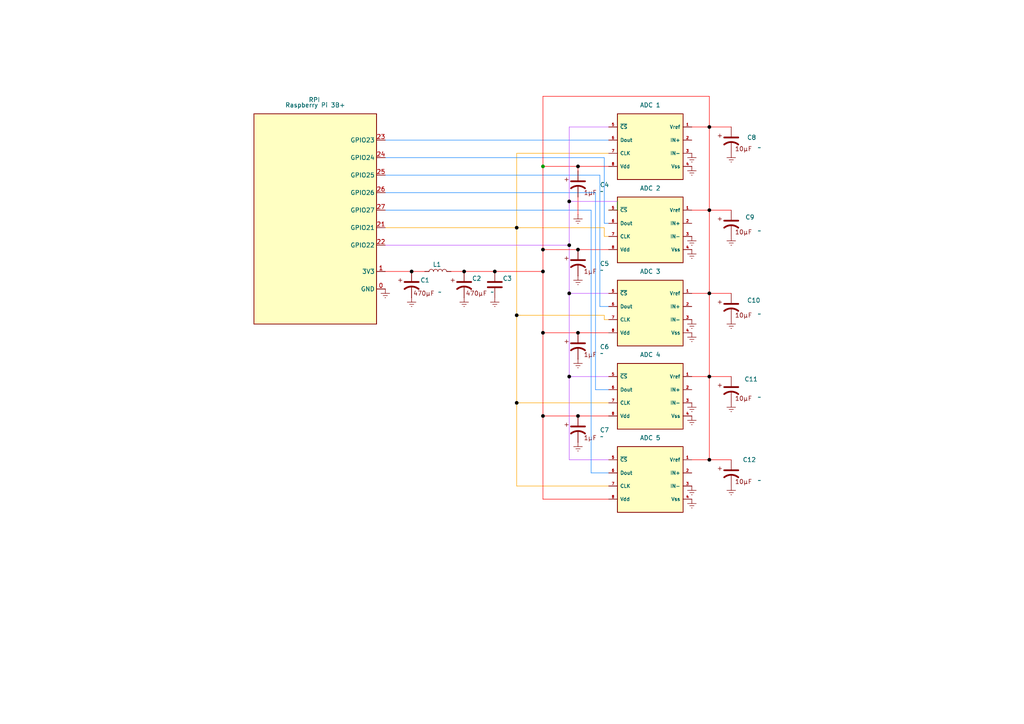
<source format=kicad_sch>
(kicad_sch (version 20231120) (generator "eeschema") (generator_version "8.0")
  (paper "A4")
  (lib_symbols
    (symbol "Capasitors:capasitor10mikro"
      (property "Reference" "C" (at 2.286 2.286 0))
      (symbol "capasitor10mikro_0_1"
        (polyline (pts (xy -3.81 1.27) (xy -2.794 1.27)))
        (polyline (pts (xy -3.302 0.762) (xy -3.302 1.778)))
        (polyline (pts (xy -2.032 0.762) (xy 2.032 0.762)) (stroke (width 0.508)))
        (arc (start 2.032 -1.2701) (mid 0 -0.5573) (end -2.032 -1.2701) (stroke (width 0.508)))
      )
      (symbol "capasitor10mikro_1_1"
        (text "10µF" (at 3.556 -2.54 0) (effects (font (size 1.27 1.27))))
        (pin passive line (at 0 -3.81 90) (length 3.302) (name "~") (number ""))
        (pin passive line (at 0 3.81 270) (length 2.794) (name "~") (number ""))
      )
    )
    (symbol "Capasitors:capasitor1mikro"
      (property "Reference" "C" (at 3.302 1.778 0))
      (symbol "capasitor1mikro_0_1"
        (polyline (pts (xy -3.81 1.27) (xy -2.794 1.27)))
        (polyline (pts (xy -3.302 0.762) (xy -3.302 1.778)))
        (polyline (pts (xy -2.032 0.762) (xy 2.032 0.762)) (stroke (width 0.508)))
        (arc (start 2.032 -1.2701) (mid 0 -0.5573) (end -2.032 -1.2701) (stroke (width 0.508)))
      )
      (symbol "capasitor1mikro_1_1"
        (text "1µF" (at 3.556 -2.54 0) (effects (font (size 1.27 1.27))))
        (pin passive line (at 0 -3.81 90) (length 3.302) (name "~") (number ""))
        (pin passive line (at 0 3.81 270) (length 2.794) (name "~") (number ""))
      )
    )
    (symbol "Capasitors:capasitor470mikro"
      (property "Reference" "C" (at 2.794 1.778 0))
      (symbol "capasitor470mikro_0_1"
        (polyline (pts (xy -3.81 1.27) (xy -2.794 1.27)))
        (polyline (pts (xy -3.302 0.762) (xy -3.302 1.778)))
        (polyline (pts (xy -2.032 0.762) (xy 2.032 0.762)) (stroke (width 0.508)))
        (arc (start 2.032 -1.2701) (mid 0 -0.5573) (end -2.032 -1.2701) (stroke (width 0.508)))
      )
      (symbol "capasitor470mikro_1_1"
        (text "470µF" (at 3.556 -2.54 0) (effects (font (size 1.27 1.27))))
        (pin passive line (at 0 -3.81 90) (length 3.302) (name "~") (number ""))
        (pin passive line (at 0 3.81 270) (length 2.794) (name "~") (number ""))
      )
    )
    (symbol "Device:C" (pin_numbers hide) (pin_names (offset 0.254))
      (property "Reference" "C" (at 0.635 2.54 0))
      (property "Value" "C" (at 0.635 -2.54 0))
      (symbol "C_0_1"
        (polyline (pts (xy -2.032 -0.762) (xy 2.032 -0.762)) (stroke (width 0.508)))
        (polyline (pts (xy -2.032 0.762) (xy 2.032 0.762)) (stroke (width 0.508)))
      )
      (symbol "C_1_1"
        (pin passive line (at 0 3.81 270) (length 2.794) (name "~") (number "1"))
        (pin passive line (at 0 -3.81 90) (length 2.794) (name "~") (number "2"))
      )
    )
    (symbol "Device:L" (pin_numbers hide) (pin_names (offset 1.016) hide)
      (property "Reference" "L" (at -1.27 0 90))
      (property "Value" "L" (at 1.905 0 90))
      (symbol "L_0_1"
        (arc (start 0 -2.54) (mid 0.6323 -1.905) (end 0 -1.27))
        (arc (start 0 -1.27) (mid 0.6323 -0.635) (end 0 0))
        (arc (start 0 0) (mid 0.6323 0.635) (end 0 1.27))
        (arc (start 0 1.27) (mid 0.6323 1.905) (end 0 2.54))
      )
      (symbol "L_1_1"
        (pin passive line (at 0 3.81 270) (length 1.27) (name "1") (number "1"))
        (pin passive line (at 0 -3.81 90) (length 1.27) (name "2") (number "2"))
      )
    )
    (symbol "MCP3201-edit:MCP3201" (pin_names (offset 0.762))
      (property "Reference" "u" (at 7.62 -3.81 0))
      (property "Value" "MCP3201" (at -5.08 15.24 0))
      (symbol "MCP3201_0_0"
        (polyline (pts (xy 8.89 5.08) (xy 8.89 -5.08) (xy -10.16 -5.08) (xy -10.16 13.97) (xy 8.89 13.97) (xy 8.89 3.81)) (stroke (width 0.254)) (fill (type background)))
      )
      (symbol "MCP3201_1_1"
        (pin power_in line (at 11.43 10.16 180) (length 2.54) (name "Vref") (number "1"))
        (pin input line (at 11.43 6.35 180) (length 2.54) (name "IN+") (number "2"))
        (pin input line (at 11.43 2.54 180) (length 2.54) (name "IN-") (number "3"))
        (pin power_in line (at 11.43 -1.27 180) (length 2.54) (name "Vss") (number "4"))
        (pin input line (at -12.7 10.16 0) (length 2.54) (name "~{CS}") (number "5"))
        (pin output line (at -12.7 6.35 0) (length 2.54) (name "Dout") (number "6"))
        (pin input line (at -12.7 2.54 0) (length 2.54) (name "CLK") (number "7"))
        (pin power_in line (at -12.7 -1.27 0) (length 2.54) (name "Vdd") (number "8"))
      )
    )
    (symbol "Raspberrypi-edit:Raspberry_Pi_2_3"
      (property "Reference" "J" (at -17.78 31.75 0))
      (property "Value" "Raspberry_Pi_3" (at -7.366 33.274 0))
      (symbol "Raspberry_Pi_2_3_1_1"
        (rectangle (start -17.78 30.48) (end 17.78 -30.48) (stroke (width 0.254)) (fill (type background)))
        (pin power_in line (at 20.32 -20.32 180) (length 2.54) (name "GND") (number "0"))
        (pin power_in line (at 20.32 -15.24 180) (length 2.54) (name "3V3") (number "1"))
        (pin bidirectional line (at 20.32 -2.54 180) (length 2.54) (name "GPIO21") (number "21"))
        (pin power_in line (at 20.32 -7.62 180) (length 2.54) (name "GPIO22") (number "22"))
        (pin bidirectional line (at 20.32 22.86 180) (length 2.54) (name "GPIO23") (number "23"))
        (pin bidirectional line (at 20.32 17.78 180) (length 2.54) (name "GPIO24") (number "24"))
        (pin bidirectional line (at 20.32 12.7 180) (length 2.54) (name "GPIO25") (number "25"))
        (pin bidirectional line (at 20.32 7.62 180) (length 2.54) (name "GPIO26") (number "26"))
        (pin bidirectional line (at 20.32 2.54 180) (length 2.54) (name "GPIO27") (number "27"))
      )
    )
    (symbol "power:GNDREF" (power) (pin_numbers hide) (pin_names (offset 0) hide)
      (property "Value" "GNDREF" (at 0 -3.81 0))
      (symbol "GNDREF_0_1"
        (polyline (pts (xy -0.635 -1.905) (xy 0.635 -1.905)))
        (polyline (pts (xy -0.127 -2.54) (xy 0.127 -2.54)))
        (polyline (pts (xy 0 -1.27) (xy 0 0)))
        (polyline (pts (xy 1.27 -1.27) (xy -1.27 -1.27)))
      )
      (symbol "GNDREF_1_1"
        (pin power_in line (at 0 0 270) (length 0) (name "~") (number "1"))
      )
    )
  )
  (junction (at 157.48 48.26))
  (junction (at 157.48 96.52) (color 0 0 0 1))
  (junction (at 157.48 78.74) (color 0 0 0 1))
  (junction (at 167.64 48.26) (color 0 0 0 1))
  (junction (at 119.38 78.74) (color 0 0 0 1))
  (junction (at 205.74 60.96) (color 0 0 0 1))
  (junction (at 149.86 66.04) (color 0 0 0 1))
  (junction (at 165.1 109.22) (color 0 0 0 1))
  (junction (at 157.48 120.65) (color 0 0 0 1))
  (junction (at 134.62 78.74) (color 0 0 0 1))
  (junction (at 205.74 109.22) (color 0 0 0 1))
  (junction (at 167.64 120.65) (color 0 0 0 1))
  (junction (at 167.64 72.39) (color 0 0 0 1))
  (junction (at 149.86 91.44) (color 0 0 0 1))
  (junction (at 149.86 116.84) (color 0 0 0 1))
  (junction (at 143.51 78.74) (color 0 0 0 1))
  (junction (at 165.1 58.42) (color 0 0 0 1))
  (junction (at 157.48 72.39) (color 0 0 0 1))
  (junction (at 205.74 133.35) (color 0 0 0 1))
  (junction (at 165.1 71.12) (color 0 0 0 1))
  (junction (at 165.1 85.09) (color 0 0 0 1))
  (junction (at 167.64 96.52) (color 0 0 0 1))
  (junction (at 205.74 85.09) (color 0 0 0 1))
  (junction (at 205.74 36.83) (color 0 0 0 1))
  (wire (pts (xy 205.74 27.94) (xy 205.74 36.83)) (stroke (width 0) (color 255 0 0 1)))
  (wire (pts (xy 149.86 66.04) (xy 149.86 44.45)) (stroke (width 0) (color 255 165 0 1)))
  (wire (pts (xy 157.48 72.39) (xy 167.64 72.39)) (stroke (width 0) (color 255 0 0 1)))
  (wire (pts (xy 176.53 96.52) (xy 167.64 96.52)) (stroke (width 0) (color 255 0 0 1)))
  (wire (pts (xy 157.48 48.26) (xy 157.48 27.94)) (stroke (width 0) (color 255 0 0 1)))
  (wire (pts (xy 200.66 133.35) (xy 205.74 133.35)) (stroke (width 0) (color 255 0 0 1)))
  (wire (pts (xy 165.1 85.09) (xy 176.53 85.09)) (stroke (width 0) (color 191 79 255 1)))
  (wire (pts (xy 149.86 116.84) (xy 176.53 116.84)) (stroke (width 0) (color 255 165 0 1)))
  (wire (pts (xy 205.74 60.96) (xy 205.74 85.09)) (stroke (width 0) (color 255 0 0 1)))
  (wire (pts (xy 205.74 109.22) (xy 212.09 109.22)) (stroke (width 0) (color 255 0 0 1)))
  (wire (pts (xy 165.1 133.35) (xy 176.53 133.35)) (stroke (width 0) (color 191 79 255 1)))
  (wire (pts (xy 157.48 144.78) (xy 157.48 120.65)) (stroke (width 0) (color 255 0 0 1)))
  (wire (pts (xy 205.74 85.09) (xy 205.74 109.22)) (stroke (width 0) (color 255 0 0 1)))
  (wire (pts (xy 111.76 40.64) (xy 176.53 40.64)) (stroke (width 0) (color 16 133 255 1)))
  (wire (pts (xy 205.74 36.83) (xy 212.09 36.83)) (stroke (width 0) (color 255 0 0 1)))
  (wire (pts (xy 179.07 60.96) (xy 179.07 58.42)))
  (wire (pts (xy 157.48 72.39) (xy 157.48 48.26)) (stroke (width 0) (color 255 0 0 1)))
  (wire (pts (xy 175.26 91.44) (xy 175.26 92.71)) (stroke (width 0) (color 255 165 0 1)))
  (wire (pts (xy 171.45 137.16) (xy 176.53 137.16)) (stroke (width 0) (color 16 133 255 1)))
  (wire (pts (xy 200.66 109.22) (xy 205.74 109.22)) (stroke (width 0) (color 255 0 0 1)))
  (wire (pts (xy 173.99 50.8) (xy 173.99 88.9)) (stroke (width 0) (color 16 133 255 1)))
  (wire (pts (xy 111.76 60.96) (xy 171.45 60.96)) (stroke (width 0) (color 16 133 255 1)))
  (wire (pts (xy 111.76 71.12) (xy 165.1 71.12)) (stroke (width 0) (color 191 79 255 1)))
  (wire (pts (xy 119.38 78.74) (xy 123.19 78.74)) (stroke (width 0) (color 255 0 0 1)))
  (wire (pts (xy 175.26 66.04) (xy 175.26 68.58)) (stroke (width 0) (color 255 165 0 1)))
  (wire (pts (xy 149.86 116.84) (xy 149.86 140.97)) (stroke (width 0) (color 255 165 0 1)))
  (wire (pts (xy 149.86 140.97) (xy 176.53 140.97)) (stroke (width 0) (color 255 165 0 1)))
  (wire (pts (xy 200.66 60.96) (xy 205.74 60.96)) (stroke (width 0) (color 255 0 0 1)))
  (wire (pts (xy 157.48 48.26) (xy 167.64 48.26)) (stroke (width 0) (color 255 0 0 1)))
  (wire (pts (xy 205.74 60.96) (xy 212.09 60.96)) (stroke (width 0) (color 255 0 0 1)))
  (wire (pts (xy 111.76 55.88) (xy 172.72 55.88)) (stroke (width 0) (color 16 133 255 1)))
  (wire (pts (xy 171.45 60.96) (xy 171.45 137.16)) (stroke (width 0) (color 16 133 255 1)))
  (wire (pts (xy 179.07 58.42) (xy 165.1 58.42)) (stroke (width 0) (color 191 79 255 1)))
  (wire (pts (xy 167.64 96.52) (xy 157.48 96.52)) (stroke (width 0) (color 255 0 0 1)))
  (wire (pts (xy 172.72 55.88) (xy 172.72 113.03)) (stroke (width 0) (color 16 133 255 1)))
  (wire (pts (xy 205.74 85.09) (xy 212.09 85.09)) (stroke (width 0) (color 255 0 0 1)))
  (wire (pts (xy 173.99 88.9) (xy 176.53 88.9)) (stroke (width 0) (color 16 133 255 1)))
  (wire (pts (xy 165.1 58.42) (xy 165.1 71.12)) (stroke (width 0) (color 191 79 255 1)))
  (wire (pts (xy 157.48 78.74) (xy 157.48 72.39)) (stroke (width 0) (color 255 0 0 1)))
  (wire (pts (xy 143.51 78.74) (xy 157.48 78.74)) (stroke (width 0) (color 255 0 0 1)))
  (wire (pts (xy 176.53 144.78) (xy 157.48 144.78)) (stroke (width 0) (color 255 0 0 1)))
  (wire (pts (xy 200.66 36.83) (xy 205.74 36.83)) (stroke (width 0) (color 255 0 0 1)))
  (wire (pts (xy 149.86 91.44) (xy 175.26 91.44)) (stroke (width 0) (color 255 165 0 1)))
  (wire (pts (xy 165.1 71.12) (xy 165.1 85.09)) (stroke (width 0) (color 191 79 255 1)))
  (wire (pts (xy 111.76 66.04) (xy 149.86 66.04)) (stroke (width 0) (color 255 165 0 1)))
  (wire (pts (xy 149.86 66.04) (xy 175.26 66.04)) (stroke (width 0) (color 255 165 0 1)))
  (wire (pts (xy 149.86 66.04) (xy 149.86 91.44)) (stroke (width 0) (color 255 165 0 1)))
  (wire (pts (xy 167.64 48.26) (xy 176.53 48.26)) (stroke (width 0) (color 255 0 0 1)))
  (wire (pts (xy 130.81 78.74) (xy 134.62 78.74)) (stroke (width 0) (color 255 0 0 1)))
  (wire (pts (xy 167.64 72.39) (xy 176.53 72.39)) (stroke (width 0) (color 255 0 0 1)))
  (wire (pts (xy 175.26 92.71) (xy 176.53 92.71)) (stroke (width 0) (color 255 165 0 1)))
  (wire (pts (xy 149.86 44.45) (xy 176.53 44.45)) (stroke (width 0) (color 255 165 0 1)))
  (wire (pts (xy 165.1 85.09) (xy 165.1 109.22)) (stroke (width 0) (color 191 79 255 1)))
  (wire (pts (xy 167.64 48.26) (xy 167.64 49.53)) (stroke (width 0) (color 255 0 0 1)))
  (wire (pts (xy 167.64 57.15) (xy 167.64 62.23)) (stroke (width 0) (color 255 0 0 1)))
  (wire (pts (xy 167.64 120.65) (xy 176.53 120.65)) (stroke (width 0) (color 255 0 0 1)))
  (wire (pts (xy 165.1 36.83) (xy 165.1 58.42)) (stroke (width 0) (color 191 79 255 1)))
  (wire (pts (xy 175.26 45.72) (xy 175.26 64.77)) (stroke (width 0) (color 16 133 255 1)))
  (wire (pts (xy 165.1 109.22) (xy 165.1 133.35)) (stroke (width 0) (color 191 79 255 1)))
  (wire (pts (xy 111.76 78.74) (xy 119.38 78.74)) (stroke (width 0) (color 255 0 0 1)))
  (wire (pts (xy 172.72 113.03) (xy 176.53 113.03)) (stroke (width 0) (color 16 133 255 1)))
  (wire (pts (xy 175.26 68.58) (xy 176.53 68.58)) (stroke (width 0) (color 255 165 0 1)))
  (wire (pts (xy 200.66 85.09) (xy 205.74 85.09)) (stroke (width 0) (color 255 0 0 1)))
  (wire (pts (xy 157.48 27.94) (xy 205.74 27.94)) (stroke (width 0) (color 255 0 0 1)))
  (wire (pts (xy 134.62 78.74) (xy 143.51 78.74)) (stroke (width 0) (color 255 0 0 1)))
  (wire (pts (xy 175.26 64.77) (xy 176.53 64.77)) (stroke (width 0) (color 16 133 255 1)))
  (wire (pts (xy 111.76 45.72) (xy 175.26 45.72)) (stroke (width 0) (color 16 133 255 1)))
  (wire (pts (xy 205.74 133.35) (xy 212.09 133.35)) (stroke (width 0) (color 255 0 0 1)))
  (wire (pts (xy 205.74 109.22) (xy 205.74 133.35)) (stroke (width 0) (color 255 0 0 1)))
  (wire (pts (xy 111.76 50.8) (xy 173.99 50.8)) (stroke (width 0) (color 16 133 255 1)))
  (wire (pts (xy 165.1 109.22) (xy 176.53 109.22)) (stroke (width 0) (color 191 79 255 1)))
  (wire (pts (xy 165.1 36.83) (xy 176.53 36.83)) (stroke (width 0) (color 191 79 255 1)))
  (wire (pts (xy 157.48 78.74) (xy 157.48 96.52)) (stroke (width 0) (color 255 0 0 1)))
  (wire (pts (xy 157.48 120.65) (xy 157.48 96.52)) (stroke (width 0) (color 255 0 0 1)))
  (wire (pts (xy 157.48 120.65) (xy 167.64 120.65)) (stroke (width 0) (color 255 0 0 1)))
  (wire (pts (xy 176.53 60.96) (xy 179.07 60.96)))
  (wire (pts (xy 205.74 36.83) (xy 205.74 60.96)) (stroke (width 0) (color 255 0 0 1)))
  (wire (pts (xy 149.86 91.44) (xy 149.86 116.84)) (stroke (width 0) (color 255 165 0 1)))
  (symbol (lib_id "power:GNDREF") (at 200.66 44.45 0) (unit 1)
    (property "Reference" "#PWR021" (effects (hide yes)))
    (property "Value" "GNDREF" (effects (hide yes)))
    (property "Description" "Power symbol creates a global label with name \"GNDREF\" , reference supply ground" (effects (hide yes)))
  )
  (symbol (lib_id "power:GNDREF") (at 200.66 48.26 0) (unit 1)
    (property "Reference" "#PWR020" (effects (hide yes)))
    (property "Value" "GNDREF" (effects (hide yes)))
    (property "Description" "Power symbol creates a global label with name \"GNDREF\" , reference supply ground" (effects (hide yes)))
  )
  (symbol (lib_id "MCP3201-edit:MCP3201") (at 189.23 143.51 0) (unit 1)
    (property "Reference" "u5" (at 188.595 125.73 0) (effects (font (size 0.001 0.001))))
    (property "Value" "ADC 5" (at 188.595 127 0))
    (property "Datasheet" "http://ww1.microchip.com/downloads/en/DeviceDoc/21290D.pdf" (effects (hide yes)))
    (property "Description" "2.7V 12-Bit A/D Converter with SPI™ Serial Interface, PDIP-8/SOIC-8/MSOP-8/TSSOP-8" (effects (hide yes)))
  )
  (symbol (lib_name "Capasitors:capasitor1mikro") (lib_id "Capasitors:capasitor1mikro") (at 167.64 100.33 0) (unit 1)
    (property "Reference" "C6" (at 173.99 100.5867 0) (effects (justify left)))
    (property "Value" "~" (at 173.99 102.4918 0) (effects (justify left)))
  )
  (symbol (lib_id "power:GNDREF") (at 200.66 120.65 0) (unit 1)
    (property "Reference" "#PWR016" (effects (hide yes)))
    (property "Value" "GNDREF" (effects (hide yes)))
    (property "Description" "Power symbol creates a global label with name \"GNDREF\" , reference supply ground" (effects (hide yes)))
  )
  (symbol (lib_id "power:GNDREF") (at 212.09 68.58 0) (unit 1)
    (property "Reference" "#PWR04" (effects (hide yes)))
    (property "Value" "GNDREF" (effects (hide yes)))
    (property "Description" "Power symbol creates a global label with name \"GNDREF\" , reference supply ground" (effects (hide yes)))
  )
  (symbol (lib_name "Capasitors:capasitor10mikro") (lib_id "Capasitors:capasitor10mikro") (at 212.09 88.9 0) (unit 1)
    (property "Reference" "C10" (at 216.662 87.122 0) (effects (justify left)))
    (property "Value" "~" (at 219.71 91.0618 0) (effects (justify left)))
  )
  (symbol (lib_name "Capasitors:capasitor1mikro") (lib_id "Capasitors:capasitor1mikro") (at 167.64 76.2 0) (unit 1)
    (property "Reference" "C5" (at 173.99 76.4567 0) (effects (justify left)))
    (property "Value" "~" (at 173.99 78.3618 0) (effects (justify left)))
  )
  (symbol (lib_id "power:GNDREF") (at 167.64 128.27 0) (unit 1)
    (property "Reference" "#PWR012" (effects (hide yes)))
    (property "Value" "GNDREF" (effects (hide yes)))
    (property "Description" "Power symbol creates a global label with name \"GNDREF\" , reference supply ground" (effects (hide yes)))
  )
  (symbol (lib_id "power:GNDREF") (at 200.66 92.71 0) (unit 1)
    (property "Reference" "#PWR023" (effects (hide yes)))
    (property "Value" "GNDREF" (effects (hide yes)))
    (property "Description" "Power symbol creates a global label with name \"GNDREF\" , reference supply ground" (effects (hide yes)))
  )
  (symbol (lib_id "Device:C") (at 143.51 82.55 0) (unit 1)
    (property "Reference" "C3" (at 145.796 80.772 0) (effects (justify left)))
    (property "Value" "C" (effects (hide yes)))
    (property "Description" "Unpolarized capacitor" (effects (hide yes)))
  )
  (symbol (lib_name "Capasitors:capasitor470mikro") (lib_id "Capasitors:capasitor470mikro") (at 134.62 82.55 0) (unit 1)
    (property "Reference" "C2" (at 136.906 80.772 0) (effects (justify left)))
    (property "Value" "~" (at 142.24 84.7118 0) (effects (justify left)))
  )
  (symbol (lib_id "power:GNDREF") (at 200.66 68.58 0) (unit 1)
    (property "Reference" "#PWR022" (effects (hide yes)))
    (property "Value" "GNDREF" (effects (hide yes)))
    (property "Description" "Power symbol creates a global label with name \"GNDREF\" , reference supply ground" (effects (hide yes)))
  )
  (symbol (lib_id "MCP3201-edit:MCP3201") (at 189.23 46.99 0) (unit 1)
    (property "Reference" "u1" (at 188.595 29.21 0) (effects (font (size 0.001 0.001))))
    (property "Value" "ADC 1" (at 188.595 30.48 0))
    (property "Datasheet" "http://ww1.microchip.com/downloads/en/DeviceDoc/21290D.pdf" (effects (hide yes)))
    (property "Description" "2.7V 12-Bit A/D Converter with SPI™ Serial Interface, PDIP-8/SOIC-8/MSOP-8/TSSOP-8" (effects (hide yes)))
  )
  (symbol (lib_id "power:GNDREF") (at 212.09 116.84 0) (unit 1)
    (property "Reference" "#PWR01" (effects (hide yes)))
    (property "Value" "GNDREF" (effects (hide yes)))
    (property "Description" "Power symbol creates a global label with name \"GNDREF\" , reference supply ground" (effects (hide yes)))
  )
  (symbol (lib_name "Capasitors:capasitor10mikro") (lib_id "Capasitors:capasitor10mikro") (at 212.09 113.03 0) (unit 1)
    (property "Reference" "C11" (at 215.9 109.982 0) (effects (justify left)))
    (property "Value" "~" (at 219.71 115.1918 0) (effects (justify left)))
  )
  (symbol (lib_id "power:GNDREF") (at 200.66 116.84 0) (unit 1)
    (property "Reference" "#PWR017" (effects (hide yes)))
    (property "Value" "GNDREF" (effects (hide yes)))
    (property "Description" "Power symbol creates a global label with name \"GNDREF\" , reference supply ground" (effects (hide yes)))
  )
  (symbol (lib_id "MCP3201-edit:MCP3201") (at 189.23 95.25 0) (unit 1)
    (property "Reference" "u3" (at 188.595 77.47 0) (effects (font (size 0.001 0.001))))
    (property "Value" "ADC 3" (at 188.595 78.74 0))
    (property "Datasheet" "http://ww1.microchip.com/downloads/en/DeviceDoc/21290D.pdf" (effects (hide yes)))
    (property "Description" "2.7V 12-Bit A/D Converter with SPI™ Serial Interface, PDIP-8/SOIC-8/MSOP-8/TSSOP-8" (effects (hide yes)))
  )
  (symbol (lib_name "Capasitors:capasitor1mikro") (lib_id "Capasitors:capasitor1mikro") (at 167.64 124.46 0) (unit 1)
    (property "Reference" "C7" (at 173.99 124.7167 0) (effects (justify left)))
    (property "Value" "~" (at 173.99 126.6218 0) (effects (justify left)))
  )
  (symbol (lib_id "MCP3201-edit:MCP3201") (at 189.23 119.38 0) (unit 1)
    (property "Reference" "u4" (at 188.595 101.6 0) (effects (font (size 0.001 0.001))))
    (property "Value" "ADC 4" (at 188.595 102.87 0))
    (property "Datasheet" "http://ww1.microchip.com/downloads/en/DeviceDoc/21290D.pdf" (effects (hide yes)))
    (property "Description" "2.7V 12-Bit A/D Converter with SPI™ Serial Interface, PDIP-8/SOIC-8/MSOP-8/TSSOP-8" (effects (hide yes)))
  )
  (symbol (lib_id "power:GNDREF") (at 200.66 144.78 0) (unit 1)
    (property "Reference" "#PWR014" (effects (hide yes)))
    (property "Value" "GNDREF" (effects (hide yes)))
    (property "Description" "Power symbol creates a global label with name \"GNDREF\" , reference supply ground" (effects (hide yes)))
  )
  (symbol (lib_id "power:GNDREF") (at 111.76 83.82 0) (unit 1)
    (property "Reference" "#PWR013" (effects (hide yes)))
    (property "Value" "GNDREF" (effects (hide yes)))
    (property "Description" "Power symbol creates a global label with name \"GNDREF\" , reference supply ground" (effects (hide yes)))
  )
  (symbol (lib_id "power:GNDREF") (at 119.38 86.36 0) (unit 1)
    (property "Reference" "#PWR06" (effects (hide yes)))
    (property "Value" "GNDREF" (effects (hide yes)))
    (property "Description" "Power symbol creates a global label with name \"GNDREF\" , reference supply ground" (effects (hide yes)))
  )
  (symbol (lib_name "Capasitors:capasitor10mikro") (lib_id "Capasitors:capasitor10mikro") (at 212.09 40.64 0) (unit 1)
    (property "Reference" "C8" (at 216.662 39.878 0) (effects (justify left)))
    (property "Value" "~" (at 219.71 42.8018 0) (effects (justify left)))
  )
  (symbol (lib_id "power:GNDREF") (at 212.09 92.71 0) (unit 1)
    (property "Reference" "#PWR02" (effects (hide yes)))
    (property "Value" "GNDREF" (effects (hide yes)))
    (property "Description" "Power symbol creates a global label with name \"GNDREF\" , reference supply ground" (effects (hide yes)))
  )
  (symbol (lib_id "power:GNDREF") (at 143.51 86.36 0) (unit 1)
    (property "Reference" "#PWR08" (effects (hide yes)))
    (property "Value" "GNDREF" (effects (hide yes)))
    (property "Description" "Power symbol creates a global label with name \"GNDREF\" , reference supply ground" (effects (hide yes)))
  )
  (symbol (lib_id "Raspberrypi-edit:Raspberry_Pi_2_3") (at 91.44 63.5 0) (unit 1)
    (property "Reference" "RPI" (at 91.186 28.956 0))
    (property "Value" "Raspberry Pi 3B+" (at 91.44 30.48 0))
    (property "Datasheet" "https://www.raspberrypi.org/documentation/hardware/raspberrypi/schematics/rpi_SCH_3bplus_1p0_reduced.pdf" (effects (hide yes)))
    (property "Description" "expansion header for Raspberry Pi 2 & 3" (effects (hide yes)))
  )
  (symbol (lib_id "power:GNDREF") (at 200.66 96.52 0) (unit 1)
    (property "Reference" "#PWR018" (effects (hide yes)))
    (property "Value" "GNDREF" (effects (hide yes)))
    (property "Description" "Power symbol creates a global label with name \"GNDREF\" , reference supply ground" (effects (hide yes)))
  )
  (symbol (lib_name "Capasitors:capasitor10mikro") (lib_id "Capasitors:capasitor10mikro") (at 212.09 137.16 0) (unit 1)
    (property "Reference" "C12" (at 215.392 133.35 0) (effects (justify left)))
    (property "Value" "~" (at 219.71 139.3218 0) (effects (justify left)))
  )
  (symbol (lib_id "power:GNDREF") (at 212.09 140.97 0) (unit 1)
    (property "Reference" "#PWR03" (effects (hide yes)))
    (property "Value" "GNDREF" (effects (hide yes)))
    (property "Description" "Power symbol creates a global label with name \"GNDREF\" , reference supply ground" (effects (hide yes)))
  )
  (symbol (lib_name "Capasitors:capasitor10mikro") (lib_id "Capasitors:capasitor10mikro") (at 212.09 64.77 0) (unit 1)
    (property "Reference" "C9" (at 216.154 62.992 0) (effects (justify left)))
    (property "Value" "~" (at 219.71 66.9318 0) (effects (justify left)))
  )
  (symbol (lib_id "power:GNDREF") (at 167.64 80.01 0) (unit 1)
    (property "Reference" "#PWR010" (effects (hide yes)))
    (property "Value" "GNDREF" (effects (hide yes)))
    (property "Description" "Power symbol creates a global label with name \"GNDREF\" , reference supply ground" (effects (hide yes)))
  )
  (symbol (lib_id "power:GNDREF") (at 134.62 86.36 0) (unit 1)
    (property "Reference" "#PWR07" (effects (hide yes)))
    (property "Value" "GNDREF" (effects (hide yes)))
    (property "Description" "Power symbol creates a global label with name \"GNDREF\" , reference supply ground" (effects (hide yes)))
  )
  (symbol (lib_id "power:GNDREF") (at 167.64 104.14 0) (unit 1)
    (property "Reference" "#PWR011" (effects (hide yes)))
    (property "Value" "GNDREF" (effects (hide yes)))
    (property "Description" "Power symbol creates a global label with name \"GNDREF\" , reference supply ground" (effects (hide yes)))
  )
  (symbol (lib_id "power:GNDREF") (at 200.66 72.39 0) (unit 1)
    (property "Reference" "#PWR019" (effects (hide yes)))
    (property "Value" "GNDREF" (effects (hide yes)))
    (property "Description" "Power symbol creates a global label with name \"GNDREF\" , reference supply ground" (effects (hide yes)))
  )
  (symbol (lib_id "Device:L") (at 127 78.74 90) (unit 1)
    (property "Reference" "L1" (at 126.746 76.708 90))
    (property "Value" "L" (effects (hide yes)))
    (property "Description" "Inductor" (effects (hide yes)))
  )
  (symbol (lib_id "MCP3201-edit:MCP3201") (at 189.23 71.12 0) (unit 1)
    (property "Reference" "u2" (at 188.595 53.34 0) (effects (font (size 0.001 0.001))))
    (property "Value" "ADC 2" (at 188.595 54.61 0))
    (property "Datasheet" "http://ww1.microchip.com/downloads/en/DeviceDoc/21290D.pdf" (effects (hide yes)))
    (property "Description" "2.7V 12-Bit A/D Converter with SPI™ Serial Interface, PDIP-8/SOIC-8/MSOP-8/TSSOP-8" (effects (hide yes)))
  )
  (symbol (lib_id "power:GNDREF") (at 200.66 140.97 0) (unit 1)
    (property "Reference" "#PWR015" (effects (hide yes)))
    (property "Value" "GNDREF" (effects (hide yes)))
    (property "Description" "Power symbol creates a global label with name \"GNDREF\" , reference supply ground" (effects (hide yes)))
  )
  (symbol (lib_id "power:GNDREF") (at 212.09 44.45 0) (unit 1)
    (property "Reference" "#PWR05" (effects (hide yes)))
    (property "Value" "GNDREF" (effects (hide yes)))
    (property "Description" "Power symbol creates a global label with name \"GNDREF\" , reference supply ground" (effects (hide yes)))
  )
  (symbol (lib_name "Capasitors:capasitor1mikro") (lib_id "Capasitors:capasitor1mikro") (at 167.64 53.34 0) (unit 1)
    (property "Reference" "C4" (at 173.99 53.5967 0) (effects (justify left)))
    (property "Value" "~" (at 173.99 55.5018 0) (effects (justify left)))
  )
  (symbol (lib_name "Capasitors:capasitor470mikro") (lib_id "Capasitors:capasitor470mikro") (at 119.38 82.55 0) (unit 1)
    (property "Reference" "C1" (at 121.92 81.28 0) (effects (justify left)))
    (property "Value" "~" (at 127 84.7118 0) (effects (justify left)))
  )
  (symbol (lib_id "power:GNDREF") (at 167.64 62.23 0) (unit 1)
    (property "Reference" "#PWR09" (effects (hide yes)))
    (property "Value" "GNDREF" (effects (hide yes)))
    (property "Description" "Power symbol creates a global label with name \"GNDREF\" , reference supply ground" (effects (hide yes)))
  )
)
</source>
